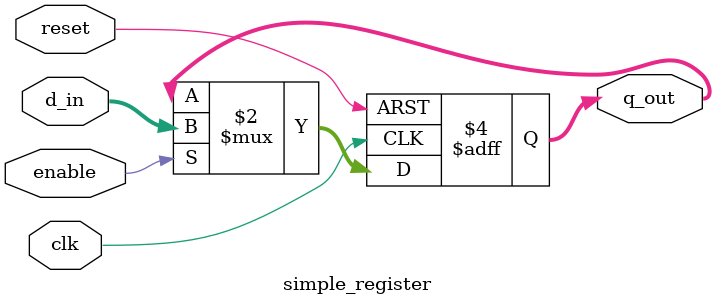
<source format=v>
module simple_register (
    input wire clk,        
    input wire reset,        
    input wire enable,       
    input wire [3:0] d_in,   
    output reg [3:0] q_out   
);
    always @(posedge clk or posedge reset) begin
        if (reset) begin
            q_out <= 4'b0000;
        end else if (enable) begin
            q_out <= d_in;
        end
    end

endmodule

</source>
